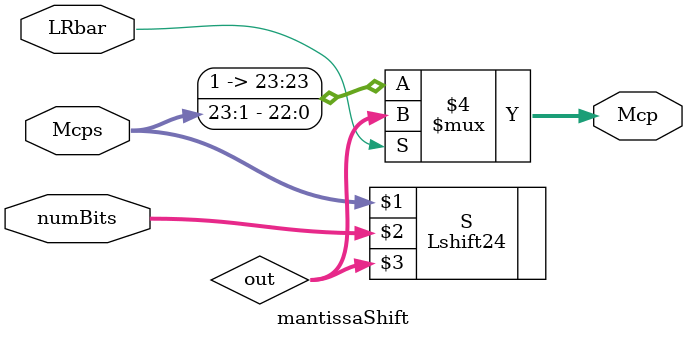
<source format=v>
`include "Lshift24.v"

`ifndef _mantissaShift_
`define _mantissaShift_
module mantissaShift(LRbar, numBits, Mcps, Mcp);
	input LRbar;
	input [4:0] numBits;
	input [23:0] Mcps;

	output reg [23:0] Mcp;

	wire [23:0] out;
	Lshift24 S(Mcps, numBits, out);

	always @(*) begin
		if (~LRbar) begin // shR
			Mcp = {1'b1, Mcps[23:1]};
		end
		else begin
			Mcp = out;
		end
	end

endmodule
`endif
</source>
